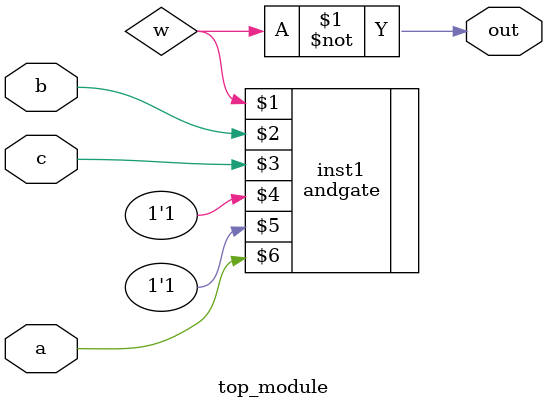
<source format=v>
module top_module (input a, input b, input c, output out);//
    
    wire w;

    andgate inst1 ( w, b, c, 1'b1, 1'b1, a );
    not(out, w);

endmodule

</source>
